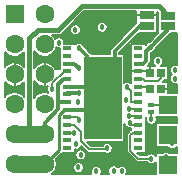
<source format=gbl>
G04 DipTrace Beta 2.3.5.2*
%INMicroOSD.GBL*%
%MOIN*%
%ADD13C,0.055*%
%ADD14C,0.012*%
%ADD15C,0.009*%
%ADD16C,0.006*%
%ADD17C,0.015*%
%ADD19C,0.007*%
%ADD23R,0.0197X0.0138*%
%ADD28R,0.063X0.063*%
%ADD29R,0.05X0.025*%
%ADD31R,0.0315X0.0118*%
%ADD32R,0.126X0.2756*%
%ADD33R,0.0276X0.0295*%
%ADD36C,0.063*%
%ADD37C,0.018*%
%ADD38C,0.035*%
%FSLAX44Y44*%
G04*
G70*
G90*
G75*
G01*
%LNBottom*%
%LPD*%
X1500Y500D2*
D15*
X1980Y980D1*
Y2150D1*
X2170Y2340D1*
X2258D1*
Y2330D1*
D14*
X3055D1*
X3439Y2713D1*
X2258Y3097D2*
X3055D1*
X3439Y2713D1*
X2640Y4380D2*
X2660D1*
X2920Y4120D1*
Y3232D1*
X3439Y2713D1*
X3440Y3550D2*
D16*
Y3030D1*
Y2490D1*
X2258Y3097D2*
X3373D1*
G02X3440Y3030I0J-67D01*
G01*
X4900Y5116D2*
D14*
X4666D1*
X3840Y4290D1*
Y3114D1*
X3439Y2713D1*
X500Y500D2*
D13*
X1500D1*
X2258Y3353D2*
D14*
X2133D1*
X1960Y3180D1*
Y2580D1*
X2252D1*
X2258Y2585D1*
X1500Y1500D2*
Y1890D1*
X1960Y2350D1*
Y2580D1*
X1500Y1500D2*
D17*
X1270D1*
X990Y1780D1*
Y4700D1*
X1270Y4980D1*
X1950D1*
X2740Y5770D1*
X5304D1*
X5610Y5464D1*
X500Y1500D2*
D13*
X1500D1*
X4620Y3609D2*
D16*
X4941D1*
X5000Y3550D1*
X3590Y1040D2*
Y1010D1*
X2990D1*
X2720Y1280D1*
Y1570D1*
X2472Y1818D1*
X2258D1*
X5060Y690D2*
X4630D1*
X4360Y960D1*
Y1470D1*
X4450Y1560D1*
X4640D1*
Y1570D1*
X4628D2*
X4620Y1562D1*
X4340Y1890D2*
X4412Y1818D1*
X4620D1*
X4330Y2350D2*
X4620D1*
Y2330D1*
X2650Y2890D2*
D14*
X2258D1*
Y2841D1*
X5000Y3019D2*
D16*
X4921Y3097D1*
X4620D1*
X5540Y750D2*
Y570D1*
X5620Y490D1*
X5750Y1200D2*
Y1360D1*
X5620Y1490D1*
Y2490D2*
X5054D1*
X5052Y2488D1*
X2640Y3700D2*
D14*
X2475Y3865D1*
X2258D1*
X1760Y3010D2*
D16*
Y3200D1*
X2169Y3609D1*
X2258D1*
X4620Y3353D2*
X4787D1*
X4860Y3280D1*
X5280D1*
X5394Y3394D1*
Y3550D1*
X5052Y2252D2*
Y2018D1*
X5060Y2010D1*
X2660Y1990D2*
X2576Y2074D1*
X2258D1*
X4620D2*
X4666Y2120D1*
X4320D1*
X4260Y3070D2*
X4250D1*
X4380Y2940D1*
Y2585D1*
X4620D1*
Y3865D2*
D14*
X4795D1*
X4890Y3960D1*
Y4270D1*
X5040Y4420D1*
X5730Y5110D1*
X5610D1*
X2480Y1560D2*
D16*
X2258D1*
Y1562D1*
D37*
X2640Y4380D3*
X3800Y290D3*
X3590Y1040D3*
X4330Y2350D3*
X2530Y4990D3*
X2650Y2890D3*
X5540Y750D3*
X5750Y1200D3*
X2710Y820D3*
X2640Y3700D3*
X2630Y400D3*
X1760Y3010D3*
X5060Y2010D3*
X3230Y270D3*
X2660Y1990D3*
X5850Y3360D3*
X5860Y3640D3*
X4320Y2120D3*
X5040Y4420D3*
D3*
D3*
D3*
X1980Y4560D3*
X2980Y5250D3*
X2630Y2570D3*
X2560Y1180D3*
X4340Y1890D3*
X4260Y3070D3*
X3420Y5070D3*
X5280Y3950D3*
X4070Y280D3*
X2480Y1560D3*
X4210Y2660D3*
X5810Y4700D3*
X3900Y5270D3*
X5060Y690D3*
D38*
X3440Y2490D3*
D37*
X5240Y1030D3*
D38*
X3440Y3550D3*
Y3030D3*
D37*
X4300Y740D3*
X3290Y4380D3*
X2779Y5567D2*
D16*
X4551D1*
X2720Y5508D2*
X4551D1*
X2662Y5449D2*
X4551D1*
X2603Y5390D2*
X4551D1*
X2544Y5332D2*
X4551D1*
X2486Y5273D2*
X4551D1*
X2427Y5214D2*
X3303D1*
X3537D2*
X4543D1*
X2369Y5156D2*
X2449D1*
X2611D2*
X3253D1*
X3586D2*
X4485D1*
X2310Y5097D2*
X2376D1*
X2684D2*
X3234D1*
X3606D2*
X4426D1*
X2251Y5038D2*
X2348D1*
X2712D2*
X3234D1*
X3605D2*
X4367D1*
X2192Y4980D2*
X2342D1*
X2718D2*
X3256D1*
X3585D2*
X4309D1*
X2133Y4921D2*
X2356D1*
X2704D2*
X3309D1*
X3531D2*
X4249D1*
X2075Y4862D2*
X2394D1*
X2666D2*
X4191D1*
X4634D2*
X5261D1*
X5703D2*
X5904D1*
X1777Y4804D2*
X4132D1*
X4575D2*
X5202D1*
X5645D2*
X5904D1*
X1831Y4745D2*
X4073D1*
X4516D2*
X5144D1*
X5586D2*
X5904D1*
X2117Y4686D2*
X4015D1*
X4457D2*
X5085D1*
X5528D2*
X5904D1*
X2155Y4628D2*
X3956D1*
X4399D2*
X5027D1*
X5469D2*
X5904D1*
X2168Y4569D2*
X3898D1*
X4340D2*
X4929D1*
X5410D2*
X5904D1*
X2774Y4510D2*
X3839D1*
X4281D2*
X4364D1*
X5352D2*
X5904D1*
X2814Y4451D2*
X3780D1*
X4223D2*
X4364D1*
X5293D2*
X5904D1*
X2868Y4393D2*
X3722D1*
X4164D2*
X4364D1*
X5235D2*
X5904D1*
X1878Y4334D2*
X2002D1*
X2927D2*
X3688D1*
X4106D2*
X4364D1*
X5206D2*
X5904D1*
X1846Y4275D2*
X2002D1*
X2986D2*
X3681D1*
X4047D2*
X4364D1*
X5157D2*
X5904D1*
X1163Y4217D2*
X1202D1*
X1799D2*
X2002D1*
X3044D2*
X3681D1*
X3998D2*
X4364D1*
X5058D2*
X5904D1*
X196Y4158D2*
X273D1*
X727D2*
X816D1*
X1163D2*
X1273D1*
X1727D2*
X2002D1*
X4167D2*
X4364D1*
X5048D2*
X5904D1*
X196Y4099D2*
X421D1*
X579D2*
X816D1*
X1163D2*
X1421D1*
X1579D2*
X2002D1*
X4167D2*
X4364D1*
X5048D2*
X5169D1*
X5390D2*
X5904D1*
X196Y4041D2*
X816D1*
X1163D2*
X2002D1*
X4167D2*
X4364D1*
X5048D2*
X5116D1*
X5444D2*
X5904D1*
X196Y3982D2*
X816D1*
X1163D2*
X2002D1*
X4167D2*
X4364D1*
X5048D2*
X5094D1*
X5465D2*
X5904D1*
X196Y3923D2*
X816D1*
X1163D2*
X2002D1*
X4167D2*
X4364D1*
X5043D2*
X5094D1*
X5466D2*
X5904D1*
X196Y3865D2*
X313D1*
X688D2*
X816D1*
X1163D2*
X1312D1*
X1687D2*
X2002D1*
X4167D2*
X4364D1*
X5014D2*
X5113D1*
X5447D2*
X5904D1*
X775Y3806D2*
X816D1*
X1163D2*
X1225D1*
X1775D2*
X2002D1*
X4167D2*
X4364D1*
X4957D2*
X5163D1*
X5398D2*
X5779D1*
X1830Y3747D2*
X2002D1*
X4167D2*
X4364D1*
X5630D2*
X5706D1*
X1867Y3689D2*
X2002D1*
X4167D2*
X4364D1*
X5630D2*
X5678D1*
X4167Y3630D2*
X4364D1*
X5630D2*
X5671D1*
X4167Y3571D2*
X4364D1*
X5630D2*
X5685D1*
X4167Y3512D2*
X4364D1*
X5630D2*
X5724D1*
X4167Y3454D2*
X4364D1*
X5630D2*
X5688D1*
X4167Y3395D2*
X4364D1*
X5630D2*
X5664D1*
X4167Y3336D2*
X4364D1*
X5630D2*
X5663D1*
X4167Y3278D2*
X4364D1*
X5457D2*
X5681D1*
X1163Y3219D2*
X1200D1*
X5630D2*
X5729D1*
X196Y3160D2*
X269D1*
X731D2*
X816D1*
X1163D2*
X1269D1*
X5630D2*
X5904D1*
X196Y3102D2*
X409D1*
X591D2*
X816D1*
X1163D2*
X1409D1*
X5630D2*
X5904D1*
X196Y3043D2*
X816D1*
X1163D2*
X1575D1*
X5630D2*
X5904D1*
X196Y2984D2*
X816D1*
X1163D2*
X1574D1*
X5630D2*
X5904D1*
X196Y2926D2*
X816D1*
X1163D2*
X1593D1*
X5630D2*
X5904D1*
X196Y2867D2*
X318D1*
X683D2*
X816D1*
X1163D2*
X1317D1*
X196Y2808D2*
X228D1*
X772D2*
X816D1*
X1163D2*
X1228D1*
X5245Y2045D2*
X5904D1*
X5247Y1987D2*
X5904D1*
X5229Y1928D2*
X5904D1*
X4876Y1869D2*
X4939D1*
X4876Y1811D2*
X5207D1*
X4167Y1752D2*
X4215D1*
X4876D2*
X5207D1*
X4167Y1693D2*
X4364D1*
X4876D2*
X5207D1*
X4167Y1634D2*
X4346D1*
X4876D2*
X5207D1*
X4167Y1576D2*
X4287D1*
X4876D2*
X5207D1*
X4167Y1517D2*
X4241D1*
X4876D2*
X5207D1*
X4167Y1458D2*
X4232D1*
X4876D2*
X5207D1*
X4167Y1400D2*
X4232D1*
X4876D2*
X5207D1*
X4167Y1341D2*
X4232D1*
X4876D2*
X5207D1*
X4167Y1282D2*
X4232D1*
X4876D2*
X5207D1*
X2956Y1224D2*
X4232D1*
X4876D2*
X5207D1*
X3014Y1165D2*
X3452D1*
X3729D2*
X4232D1*
X4876D2*
X5207D1*
X3766Y1106D2*
X4232D1*
X4876D2*
X5207D1*
X2691Y1048D2*
X2774D1*
X3778D2*
X4232D1*
X4876D2*
X5644D1*
X5856D2*
X5904D1*
X2514Y989D2*
X2635D1*
X2785D2*
X2832D1*
X3771D2*
X4232D1*
X4876D2*
X5904D1*
X2514Y930D2*
X2559D1*
X2861D2*
X2891D1*
X3741D2*
X4235D1*
X4876D2*
X5507D1*
X5573D2*
X5904D1*
X2071Y872D2*
X2529D1*
X2891D2*
X3514D1*
X3665D2*
X4269D1*
X4627D2*
X5038D1*
X5082D2*
X5207D1*
X2013Y813D2*
X2522D1*
X2898D2*
X4328D1*
X4686D2*
X4920D1*
X1954Y754D2*
X2534D1*
X2886D2*
X4387D1*
X1895Y695D2*
X2571D1*
X2849D2*
X4445D1*
X1890Y637D2*
X4504D1*
X1906Y578D2*
X2585D1*
X2674D2*
X4575D1*
X1913Y519D2*
X2486D1*
X2774D2*
X4990D1*
X5131D2*
X5207D1*
X1911Y461D2*
X2452D1*
X2807D2*
X3730D1*
X3870D2*
X4040D1*
X4099D2*
X5207D1*
X1901Y402D2*
X2442D1*
X2819D2*
X3098D1*
X3361D2*
X3650D1*
X4212D2*
X5207D1*
X1882Y343D2*
X2450D1*
X2809D2*
X3057D1*
X3403D2*
X3619D1*
X4246D2*
X5207D1*
X1852Y285D2*
X2483D1*
X2777D2*
X3042D1*
X3418D2*
X3612D1*
X4259D2*
X5207D1*
X1807Y226D2*
X2569D1*
X2690D2*
X3048D1*
X3413D2*
X3623D1*
X4250D2*
X5207D1*
X5624Y2897D2*
X5909D1*
X5910Y3130D1*
Y3187D1*
X5866Y3178D1*
X5837D1*
X5807Y3183D1*
X5778Y3192D1*
X5752Y3206D1*
X5728Y3224D1*
X5708Y3246D1*
X5691Y3271D1*
X5678Y3298D1*
X5671Y3327D1*
X5668Y3357D1*
X5670Y3387D1*
X5676Y3416D1*
X5688Y3444D1*
X5704Y3469D1*
X5724Y3492D1*
X5738Y3504D1*
X5718Y3526D1*
X5701Y3551D1*
X5688Y3578D1*
X5681Y3607D1*
X5678Y3637D1*
X5680Y3667D1*
X5686Y3696D1*
X5698Y3724D1*
X5714Y3749D1*
X5734Y3772D1*
X5757Y3790D1*
X5783Y3805D1*
X5811Y3816D1*
X5840Y3821D1*
X5870Y3822D1*
X5910Y3815D1*
Y4893D1*
X5728D1*
X5218Y4382D1*
X5213Y4361D1*
X5201Y4334D1*
X5184Y4308D1*
X5164Y4286D1*
X5141Y4268D1*
X5114Y4253D1*
X5078Y4242D1*
X5042Y4207D1*
Y3960D1*
X5039Y3930D1*
X5031Y3902D1*
X5017Y3875D1*
X4998Y3852D1*
X4935Y3789D1*
X4974Y3790D1*
X5193D1*
X5158Y3814D1*
X5138Y3836D1*
X5121Y3861D1*
X5108Y3888D1*
X5101Y3917D1*
X5098Y3947D1*
X5100Y3977D1*
X5106Y4006D1*
X5118Y4034D1*
X5134Y4059D1*
X5154Y4082D1*
X5177Y4100D1*
X5203Y4115D1*
X5231Y4126D1*
X5260Y4131D1*
X5290Y4132D1*
X5320Y4128D1*
X5349Y4119D1*
X5375Y4105D1*
X5400Y4088D1*
X5421Y4066D1*
X5438Y4042D1*
X5451Y4015D1*
X5459Y3986D1*
X5462Y3950D1*
X5460Y3920D1*
X5453Y3891D1*
X5441Y3864D1*
X5424Y3838D1*
X5404Y3816D1*
X5381Y3798D1*
X5367Y3790D1*
X5624D1*
Y3310D1*
X5482D1*
X5432Y3259D1*
X5624D1*
Y2897D1*
X5910Y2083D2*
X5228D1*
X5239Y2046D1*
X5242Y2010D1*
X5240Y1980D1*
X5233Y1951D1*
X5221Y1924D1*
X5204Y1898D1*
X5184Y1876D1*
X5161Y1858D1*
X5134Y1843D1*
X5106Y1834D1*
X5076Y1828D1*
X5047D1*
X5017Y1833D1*
X4988Y1842D1*
X4962Y1856D1*
X4938Y1874D1*
X4918Y1896D1*
X4901Y1921D1*
X4888Y1948D1*
X4881Y1977D1*
X4878Y2007D1*
X4880Y2037D1*
X4886Y2066D1*
X4897Y2091D1*
X4870D1*
X4869Y1922D1*
X4870Y1819D1*
X4869Y1666D1*
X4870Y1563D1*
X4869Y1410D1*
X4870Y1307D1*
X4869Y1154D1*
X4870Y1051D1*
Y899D1*
X4595Y898D1*
X4681Y813D1*
X4925Y812D1*
X4957Y840D1*
X4983Y855D1*
X5011Y866D1*
X5040Y871D1*
X5070Y872D1*
X5100Y868D1*
X5129Y859D1*
X5155Y845D1*
X5180Y828D1*
X5201Y806D1*
X5213Y789D1*
Y897D1*
X5433D1*
X5463Y915D1*
X5491Y926D1*
X5520Y931D1*
X5550Y932D1*
X5580Y928D1*
X5609Y919D1*
X5635Y905D1*
X5647Y897D1*
X5909D1*
X5910Y1060D1*
Y1083D1*
X5890D1*
X5874Y1066D1*
X5851Y1048D1*
X5824Y1033D1*
X5796Y1024D1*
X5766Y1018D1*
X5737D1*
X5707Y1023D1*
X5678Y1032D1*
X5652Y1046D1*
X5628Y1064D1*
X5611Y1083D1*
X5213D1*
Y1897D1*
X5909D1*
X5910Y1990D1*
Y2083D1*
X5213Y190D2*
Y590D1*
X5184Y556D1*
X5161Y538D1*
X5134Y523D1*
X5106Y514D1*
X5076Y508D1*
X5047D1*
X5017Y513D1*
X4988Y522D1*
X4962Y536D1*
X4938Y554D1*
X4926Y567D1*
X4630Y568D1*
X4600Y571D1*
X4572Y582D1*
X4543Y603D1*
X4273Y873D1*
X4255Y897D1*
X4243Y924D1*
X4238Y960D1*
Y1470D1*
X4241Y1500D1*
X4252Y1528D1*
X4273Y1557D1*
X4364Y1647D1*
X4370Y1666D1*
Y1703D1*
X4356Y1708D1*
X4327D1*
X4297Y1713D1*
X4268Y1722D1*
X4242Y1736D1*
X4218Y1754D1*
X4198Y1776D1*
X4181Y1801D1*
X4168Y1828D1*
X4161Y1854D1*
Y1243D1*
X2930D1*
X3041Y1133D1*
X3433Y1132D1*
X3444Y1149D1*
X3464Y1172D1*
X3487Y1190D1*
X3513Y1205D1*
X3541Y1216D1*
X3570Y1221D1*
X3600Y1222D1*
X3630Y1218D1*
X3659Y1209D1*
X3685Y1195D1*
X3710Y1178D1*
X3731Y1156D1*
X3748Y1132D1*
X3761Y1105D1*
X3769Y1076D1*
X3772Y1040D1*
X3770Y1010D1*
X3763Y981D1*
X3751Y954D1*
X3734Y928D1*
X3714Y906D1*
X3691Y888D1*
X3664Y873D1*
X3636Y864D1*
X3606Y858D1*
X3577D1*
X3547Y863D1*
X3518Y872D1*
X3490Y888D1*
X2990D1*
X2960Y891D1*
X2932Y902D1*
X2903Y923D1*
X2725Y1102D1*
X2704Y1068D1*
X2684Y1046D1*
X2661Y1028D1*
X2634Y1013D1*
X2606Y1004D1*
X2576Y998D1*
X2547D1*
X2507Y1006D1*
X2508Y899D1*
X2090D1*
X2077Y883D1*
X1868Y674D1*
X1887Y627D1*
X1901Y569D1*
X1907Y510D1*
X1906Y470D1*
X1897Y411D1*
X1880Y353D1*
X1854Y299D1*
X1821Y249D1*
X1781Y205D1*
X1763Y189D1*
X2140Y190D1*
X3065D1*
X3051Y237D1*
X3048Y267D1*
X3050Y297D1*
X3056Y326D1*
X3068Y354D1*
X3084Y379D1*
X3104Y402D1*
X3127Y420D1*
X3153Y435D1*
X3181Y446D1*
X3210Y451D1*
X3240Y452D1*
X3270Y448D1*
X3299Y439D1*
X3325Y425D1*
X3350Y408D1*
X3371Y386D1*
X3388Y362D1*
X3401Y335D1*
X3409Y306D1*
X3412Y270D1*
X3410Y240D1*
X3403Y211D1*
X3393Y190D1*
X3648D1*
X3641Y201D1*
X3628Y228D1*
X3621Y257D1*
X3618Y287D1*
X3620Y317D1*
X3626Y346D1*
X3638Y374D1*
X3654Y399D1*
X3674Y422D1*
X3697Y440D1*
X3723Y455D1*
X3751Y466D1*
X3780Y471D1*
X3810Y472D1*
X3840Y468D1*
X3869Y459D1*
X3895Y445D1*
X3920Y428D1*
X3940Y407D1*
X3967Y430D1*
X3993Y445D1*
X4021Y456D1*
X4050Y461D1*
X4080Y462D1*
X4110Y458D1*
X4139Y449D1*
X4165Y435D1*
X4190Y418D1*
X4211Y396D1*
X4228Y372D1*
X4241Y345D1*
X4249Y316D1*
X4252Y280D1*
X4250Y250D1*
X4243Y221D1*
X4228Y190D1*
X5212D1*
X5242Y5595D2*
Y4898D1*
X4664D1*
X3992Y4226D1*
Y4184D1*
X4161D1*
Y3223D1*
X4183Y3235D1*
X4211Y3246D1*
X4240Y3251D1*
X4270Y3252D1*
X4300Y3248D1*
X4329Y3239D1*
X4355Y3225D1*
X4370Y3216D1*
X4371Y3249D1*
X4370Y3352D1*
X4371Y3505D1*
X4370Y3518D1*
X4371Y4016D1*
X4370Y4119D1*
X4371Y4272D1*
X4370Y4375D1*
Y4528D1*
X4870D1*
Y4486D1*
X4878Y4504D1*
X4894Y4529D1*
X4914Y4552D1*
X4937Y4570D1*
X4963Y4585D1*
X5003Y4598D1*
X5298Y4893D1*
X5268D1*
X5269Y5327D1*
X5268Y5427D1*
Y5570D1*
X5242Y5596D1*
X4558Y5253D2*
Y5603D1*
X2810D1*
X2068Y4862D1*
X2045Y4842D1*
X2019Y4828D1*
X1991Y4818D1*
X1966Y4813D1*
X1762D1*
X1795Y4781D1*
X1833Y4734D1*
X1857Y4695D1*
X1877Y4710D1*
X1903Y4725D1*
X1931Y4736D1*
X1960Y4741D1*
X1990Y4742D1*
X2020Y4738D1*
X2049Y4729D1*
X2075Y4715D1*
X2100Y4698D1*
X2121Y4676D1*
X2138Y4652D1*
X2151Y4625D1*
X2159Y4596D1*
X2162Y4560D1*
X2159Y4527D1*
X2398Y4528D1*
X2508D1*
Y4505D1*
X2537Y4530D1*
X2563Y4545D1*
X2591Y4556D1*
X2620Y4561D1*
X2650Y4562D1*
X2680Y4558D1*
X2709Y4549D1*
X2735Y4535D1*
X2760Y4518D1*
X2781Y4496D1*
X2798Y4472D1*
X2810Y4445D1*
X3028Y4228D1*
X3048Y4203D1*
X3077Y4184D1*
X3687D1*
X3688Y4290D1*
X3691Y4320D1*
X3699Y4348D1*
X3713Y4375D1*
X3732Y4398D1*
X4557Y5223D1*
X4559Y5333D1*
X2009Y4225D2*
X2008Y4380D1*
X1967Y4378D1*
X1937Y4383D1*
X1908Y4392D1*
X1894Y4400D1*
X1880Y4353D1*
X1854Y4299D1*
X1821Y4249D1*
X1781Y4205D1*
X1735Y4167D1*
X1683Y4136D1*
X1628Y4113D1*
X1570Y4099D1*
X1510Y4093D1*
X1450Y4096D1*
X1391Y4107D1*
X1335Y4128D1*
X1282Y4156D1*
X1234Y4192D1*
X1191Y4234D1*
X1157Y4280D1*
Y3720D1*
X1185Y3759D1*
X1218Y3794D1*
X1254Y3825D1*
X1294Y3852D1*
X1337Y3873D1*
X1382Y3890D1*
X1429Y3901D1*
X1476Y3907D1*
X1524D1*
X1572Y3901D1*
X1619Y3890D1*
X1664Y3873D1*
X1706Y3851D1*
X1746Y3825D1*
X1783Y3793D1*
X1815Y3758D1*
X1843Y3719D1*
X1865Y3680D1*
X2008D1*
X2009Y3761D1*
X2008Y3864D1*
X2009Y4016D1*
X2008Y4119D1*
X2009Y4272D1*
X3600Y5040D2*
X3593Y5011D1*
X3581Y4984D1*
X3564Y4958D1*
X3544Y4936D1*
X3521Y4918D1*
X3494Y4903D1*
X3466Y4894D1*
X3436Y4888D1*
X3407D1*
X3377Y4893D1*
X3348Y4902D1*
X3322Y4916D1*
X3298Y4934D1*
X3278Y4956D1*
X3261Y4981D1*
X3248Y5008D1*
X3241Y5037D1*
X3238Y5067D1*
X3240Y5097D1*
X3246Y5126D1*
X3258Y5154D1*
X3274Y5179D1*
X3294Y5202D1*
X3317Y5220D1*
X3343Y5235D1*
X3371Y5246D1*
X3400Y5251D1*
X3430Y5252D1*
X3460Y5248D1*
X3489Y5239D1*
X3515Y5225D1*
X3540Y5208D1*
X3561Y5186D1*
X3578Y5162D1*
X3591Y5135D1*
X3599Y5106D1*
X3602Y5070D1*
X3600Y5040D1*
X823Y4252D2*
X781Y4205D1*
X735Y4167D1*
X683Y4136D1*
X628Y4113D1*
X570Y4099D1*
X510Y4093D1*
X450Y4096D1*
X391Y4107D1*
X335Y4128D1*
X282Y4156D1*
X234Y4192D1*
X190Y4236D1*
Y3765D1*
X227Y3802D1*
X264Y3832D1*
X305Y3858D1*
X348Y3878D1*
X394Y3893D1*
X441Y3903D1*
X488Y3907D1*
X536Y3906D1*
X584Y3899D1*
X630Y3886D1*
X675Y3868D1*
X717Y3845D1*
X756Y3817D1*
X791Y3785D1*
X823Y3749D1*
Y4252D1*
Y3252D2*
X789Y3213D1*
X754Y3181D1*
X714Y3154D1*
X672Y3131D1*
X628Y3113D1*
X581Y3101D1*
X534Y3094D1*
X486Y3093D1*
X438Y3097D1*
X391Y3107D1*
X346Y3123D1*
X303Y3144D1*
X262Y3169D1*
X225Y3200D1*
X190Y3236D1*
Y2763D1*
X227Y2802D1*
X274Y2839D1*
X326Y2868D1*
X382Y2890D1*
X441Y2903D1*
X500Y2907D1*
X560Y2903D1*
X619Y2890D1*
X675Y2868D1*
X727Y2838D1*
X774Y2802D1*
X815Y2758D1*
X823Y2748D1*
Y3251D1*
X1605Y3106D2*
X1558Y3097D1*
X1510Y3093D1*
X1462Y3094D1*
X1415Y3102D1*
X1368Y3115D1*
X1324Y3133D1*
X1282Y3156D1*
X1243Y3184D1*
X1208Y3216D1*
X1176Y3253D1*
X1157Y3280D1*
Y2721D1*
X1185Y2759D1*
X1227Y2802D1*
X1274Y2839D1*
X1326Y2868D1*
X1382Y2890D1*
X1441Y2903D1*
X1500Y2907D1*
X1560Y2903D1*
X1619Y2890D1*
X1625Y2888D1*
X1601Y2921D1*
X1588Y2948D1*
X1581Y2977D1*
X1578Y3007D1*
X1580Y3037D1*
X1586Y3066D1*
X1598Y3094D1*
X1606Y3107D1*
X2710Y4960D2*
X2703Y4931D1*
X2691Y4904D1*
X2674Y4878D1*
X2654Y4856D1*
X2631Y4838D1*
X2604Y4823D1*
X2576Y4814D1*
X2546Y4808D1*
X2517D1*
X2487Y4813D1*
X2458Y4822D1*
X2432Y4836D1*
X2408Y4854D1*
X2388Y4876D1*
X2371Y4901D1*
X2358Y4928D1*
X2351Y4957D1*
X2348Y4987D1*
X2350Y5017D1*
X2356Y5046D1*
X2368Y5074D1*
X2384Y5099D1*
X2404Y5122D1*
X2427Y5140D1*
X2453Y5155D1*
X2481Y5166D1*
X2510Y5171D1*
X2540Y5172D1*
X2570Y5168D1*
X2599Y5159D1*
X2625Y5145D1*
X2650Y5128D1*
X2671Y5106D1*
X2688Y5082D1*
X2701Y5055D1*
X2709Y5026D1*
X2712Y4990D1*
X2710Y4960D1*
X2890Y790D2*
X2883Y761D1*
X2871Y734D1*
X2854Y708D1*
X2834Y686D1*
X2811Y668D1*
X2784Y653D1*
X2756Y644D1*
X2726Y638D1*
X2697D1*
X2667Y643D1*
X2638Y652D1*
X2612Y666D1*
X2588Y684D1*
X2568Y706D1*
X2551Y731D1*
X2538Y758D1*
X2531Y787D1*
X2528Y817D1*
X2530Y847D1*
X2536Y876D1*
X2548Y904D1*
X2564Y929D1*
X2584Y952D1*
X2607Y970D1*
X2633Y985D1*
X2661Y996D1*
X2690Y1001D1*
X2720Y1002D1*
X2750Y998D1*
X2779Y989D1*
X2805Y975D1*
X2830Y958D1*
X2851Y936D1*
X2868Y912D1*
X2881Y885D1*
X2889Y856D1*
X2892Y820D1*
X2890Y790D1*
X2810Y370D2*
X2803Y341D1*
X2791Y314D1*
X2774Y288D1*
X2754Y266D1*
X2731Y248D1*
X2704Y233D1*
X2676Y224D1*
X2646Y218D1*
X2617D1*
X2587Y223D1*
X2558Y232D1*
X2532Y246D1*
X2508Y264D1*
X2488Y286D1*
X2471Y311D1*
X2458Y338D1*
X2451Y367D1*
X2448Y397D1*
X2450Y427D1*
X2456Y456D1*
X2468Y484D1*
X2484Y509D1*
X2504Y532D1*
X2527Y550D1*
X2553Y565D1*
X2581Y576D1*
X2610Y581D1*
X2640Y582D1*
X2670Y578D1*
X2699Y569D1*
X2725Y555D1*
X2750Y538D1*
X2771Y516D1*
X2788Y492D1*
X2801Y465D1*
X2809Y436D1*
X2812Y400D1*
X2810Y370D1*
X5218Y4382D2*
X5213Y4361D1*
X5201Y4334D1*
X5184Y4308D1*
X5164Y4286D1*
X5141Y4268D1*
X5114Y4253D1*
X5078Y4242D1*
X5218Y4382D2*
X5213Y4361D1*
X5201Y4334D1*
X5184Y4308D1*
X5164Y4286D1*
X5141Y4268D1*
X5114Y4253D1*
X5078Y4242D1*
X5218Y4382D2*
X5213Y4361D1*
X5201Y4334D1*
X5184Y4308D1*
X5164Y4286D1*
X5141Y4268D1*
X5114Y4253D1*
X5078Y4242D1*
X4558Y5470D2*
D19*
X5242D1*
X4370Y3609D2*
X4620D1*
X5000Y3790D2*
Y3550D1*
X5394Y3019D2*
X5624D1*
X500Y3907D2*
Y3093D1*
X1500Y3907D2*
Y3093D1*
D28*
X5620Y2490D3*
Y1490D3*
Y490D3*
D29*
X4900Y5470D3*
Y5116D3*
D31*
X4620Y1050D3*
Y1306D3*
Y1562D3*
Y1818D3*
Y2074D3*
Y2330D3*
Y2585D3*
Y2841D3*
Y3097D3*
Y3353D3*
Y3609D3*
Y3865D3*
Y4121D3*
Y4377D3*
X2258D3*
Y4121D3*
Y3865D3*
Y3609D3*
Y3353D3*
Y3097D3*
Y2841D3*
Y2585D3*
Y2330D3*
Y2074D3*
Y1818D3*
Y1562D3*
Y1306D3*
Y1050D3*
D32*
X3439Y2713D3*
D33*
X5000Y3550D3*
Y3019D3*
X5394D3*
Y3550D3*
D23*
X5052Y2252D3*
Y2488D3*
D28*
X500Y5500D3*
D36*
X1500D3*
X500Y4500D3*
X1500D3*
X500Y3500D3*
X1500D3*
X500Y2500D3*
X1500D3*
X500Y1500D3*
X1500D3*
X500Y500D3*
X1500D3*
D29*
X5610Y5110D3*
Y5464D3*
M02*

</source>
